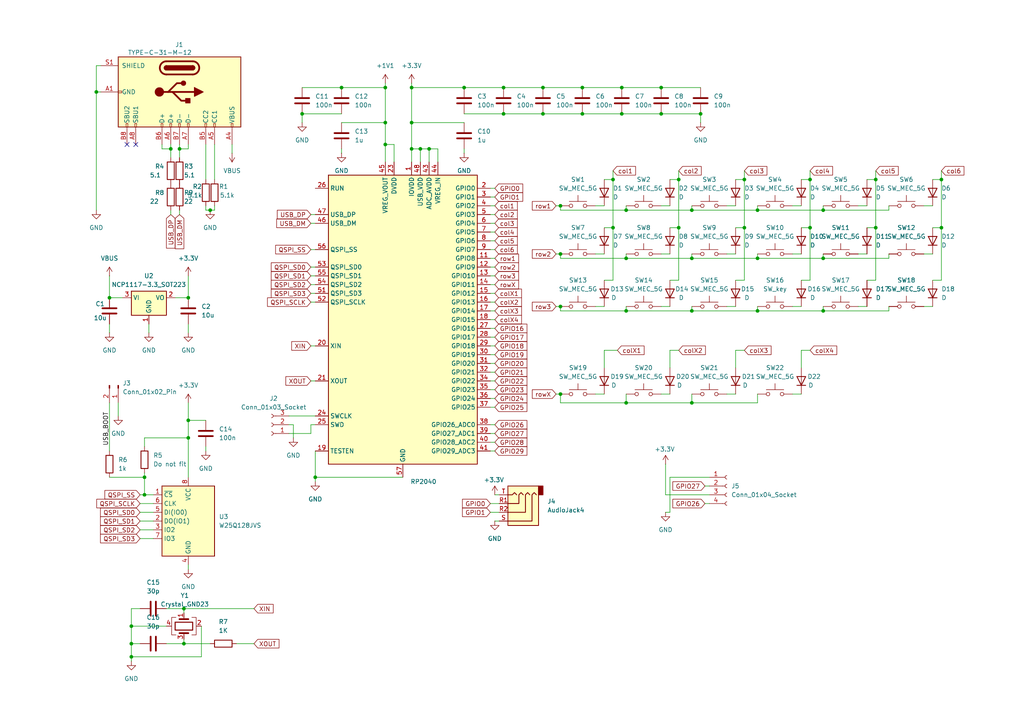
<source format=kicad_sch>
(kicad_sch (version 20250114) (generator "eeschema") (generator_version "9.0")
  (paper "A4")
  (title_block (title "Split Keyboard with RP2040 (Left)") (company "Watson9109") (comment 1 "Make sure R3 and R4 are close to RP2040") (comment 2 "Make sure C13 is close to pin 45 of RP2040") (comment 3 "uses 104048 in Akizuki as a Joystick "))
  (junction (at 181.61 116.84))
  (junction (at 146.05 33.02))
  (junction (at 41.91 138.43))
  (junction (at 215.9 52.07))
  (junction (at 215.9 66.04))
  (junction (at 254 52.07))
  (junction (at 146.05 25.4))
  (junction (at 168.91 25.4))
  (junction (at 177.8 66.04))
  (junction (at 60.96 60.96))
  (junction (at 273.05 52.07))
  (junction (at 119.38 25.4))
  (junction (at 111.76 35.56))
  (junction (at 200.66 74.93))
  (junction (at 38.1 186.69))
  (junction (at 181.61 60.96))
  (junction (at 53.34 176.53))
  (junction (at 162.56 59.69))
  (junction (at 203.2 33.02))
  (junction (at 54.61 121.92))
  (junction (at 124.46 43.18))
  (junction (at 52.07 43.18))
  (junction (at 31.75 86.36))
  (junction (at 162.56 88.9))
  (junction (at 200.66 60.96))
  (junction (at 91.44 138.43))
  (junction (at 254 66.04))
  (junction (at 54.61 86.36))
  (junction (at 200.66 116.84))
  (junction (at 219.71 90.17))
  (junction (at 119.38 43.18))
  (junction (at 273.05 66.04))
  (junction (at 121.92 43.18))
  (junction (at 87.63 33.02))
  (junction (at 134.62 25.4))
  (junction (at 99.06 25.4))
  (junction (at 238.76 74.93))
  (junction (at 234.95 66.04))
  (junction (at 200.66 90.17))
  (junction (at 219.71 74.93))
  (junction (at 157.48 33.02))
  (junction (at 111.76 41.91))
  (junction (at 41.91 143.51))
  (junction (at 181.61 90.17))
  (junction (at 191.77 33.02))
  (junction (at 219.71 60.96))
  (junction (at 234.95 52.07))
  (junction (at 238.76 90.17))
  (junction (at 49.53 43.18))
  (junction (at 196.85 52.07))
  (junction (at 162.56 73.66))
  (junction (at 177.8 52.07))
  (junction (at 168.91 33.02))
  (junction (at 27.94 26.67))
  (junction (at 180.34 25.4))
  (junction (at 111.76 25.4))
  (junction (at 53.34 186.69))
  (junction (at 38.1 190.5))
  (junction (at 191.77 25.4))
  (junction (at 162.56 114.3))
  (junction (at 180.34 33.02))
  (junction (at 119.38 35.56))
  (junction (at 54.61 127))
  (junction (at 238.76 60.96))
  (junction (at 38.1 181.61))
  (junction (at 196.85 66.04))
  (junction (at 157.48 25.4))
  (junction (at 181.61 74.93))
  (no_connect (at 39.37 41.91))
  (no_connect (at 36.83 41.91))
  (wire (pts (xy 146.05 33.02) (xy 157.48 33.02)))
  (wire (pts (xy 58.42 181.61) (xy 58.42 190.5)))
  (wire (pts (xy 142.24 90.17) (xy 143.51 90.17)))
  (wire (pts (xy 172.72 114.3) (xy 175.26 114.3)))
  (wire (pts (xy 142.24 87.63) (xy 143.51 87.63)))
  (wire (pts (xy 142.24 59.69) (xy 143.51 59.69)))
  (wire (pts (xy 219.71 60.96) (xy 219.71 59.69)))
  (wire (pts (xy 90.17 123.19) (xy 91.44 123.19)))
  (wire (pts (xy 142.24 110.49) (xy 143.51 110.49)))
  (wire (pts (xy 215.9 49.53) (xy 215.9 52.07)))
  (wire (pts (xy 194.31 138.43) (xy 194.31 148.59)))
  (wire (pts (xy 54.61 80.01) (xy 54.61 86.36)))
  (wire (pts (xy 134.62 43.18) (xy 134.62 44.45)))
  (wire (pts (xy 229.87 88.9) (xy 232.41 88.9)))
  (wire (pts (xy 127 43.18) (xy 124.46 43.18)))
  (wire (pts (xy 46.99 41.91) (xy 46.99 43.18)))
  (wire (pts (xy 54.61 127) (xy 54.61 138.43)))
  (wire (pts (xy 127 46.99) (xy 127 43.18)))
  (wire (pts (xy 31.75 93.98) (xy 31.75 96.52)))
  (wire (pts (xy 111.76 25.4) (xy 111.76 35.56)))
  (wire (pts (xy 219.71 73.66) (xy 219.71 74.93)))
  (wire (pts (xy 270.51 81.28) (xy 273.05 81.28)))
  (wire (pts (xy 41.91 127) (xy 54.61 127)))
  (wire (pts (xy 157.48 25.4) (xy 168.91 25.4)))
  (wire (pts (xy 181.61 74.93) (xy 200.66 74.93)))
  (wire (pts (xy 142.24 85.09) (xy 143.51 85.09)))
  (wire (pts (xy 177.8 52.07) (xy 177.8 66.04)))
  (wire (pts (xy 54.61 121.92) (xy 59.69 121.92)))
  (wire (pts (xy 196.85 81.28) (xy 196.85 66.04)))
  (wire (pts (xy 142.24 69.85) (xy 143.51 69.85)))
  (wire (pts (xy 111.76 35.56) (xy 111.76 41.91)))
  (wire (pts (xy 54.61 116.84) (xy 54.61 121.92)))
  (wire (pts (xy 200.66 116.84) (xy 181.61 116.84)))
  (wire (pts (xy 161.29 59.69) (xy 162.56 59.69)))
  (wire (pts (xy 248.92 73.66) (xy 251.46 73.66)))
  (wire (pts (xy 142.24 102.87) (xy 143.51 102.87)))
  (wire (pts (xy 273.05 52.07) (xy 270.51 52.07)))
  (wire (pts (xy 146.05 25.4) (xy 157.48 25.4)))
  (wire (pts (xy 205.74 143.51) (xy 193.04 143.51)))
  (wire (pts (xy 142.24 118.11) (xy 143.51 118.11)))
  (wire (pts (xy 119.38 24.13) (xy 119.38 25.4)))
  (wire (pts (xy 38.1 186.69) (xy 38.1 190.5)))
  (wire (pts (xy 99.06 25.4) (xy 111.76 25.4)))
  (wire (pts (xy 234.95 81.28) (xy 234.95 66.04)))
  (wire (pts (xy 67.31 41.91) (xy 67.31 44.45)))
  (wire (pts (xy 181.61 88.9) (xy 181.61 90.17)))
  (wire (pts (xy 210.82 88.9) (xy 213.36 88.9)))
  (wire (pts (xy 142.24 54.61) (xy 143.51 54.61)))
  (wire (pts (xy 52.07 60.96) (xy 52.07 62.23)))
  (wire (pts (xy 219.71 90.17) (xy 219.71 88.9)))
  (wire (pts (xy 27.94 26.67) (xy 27.94 60.96)))
  (wire (pts (xy 203.2 33.02) (xy 203.2 35.56)))
  (wire (pts (xy 48.26 176.53) (xy 53.34 176.53)))
  (wire (pts (xy 254 52.07) (xy 251.46 52.07)))
  (wire (pts (xy 38.1 176.53) (xy 38.1 181.61)))
  (wire (pts (xy 31.75 86.36) (xy 35.56 86.36)))
  (wire (pts (xy 54.61 43.18) (xy 52.07 43.18)))
  (wire (pts (xy 59.69 130.81) (xy 59.69 129.54)))
  (wire (pts (xy 40.64 146.05) (xy 44.45 146.05)))
  (wire (pts (xy 205.74 138.43) (xy 194.31 138.43)))
  (wire (pts (xy 162.56 60.96) (xy 181.61 60.96)))
  (wire (pts (xy 248.92 59.69) (xy 251.46 59.69)))
  (wire (pts (xy 267.97 73.66) (xy 270.51 73.66)))
  (wire (pts (xy 142.24 100.33) (xy 143.51 100.33)))
  (wire (pts (xy 181.61 116.84) (xy 162.56 116.84)))
  (wire (pts (xy 142.24 92.71) (xy 143.51 92.71)))
  (wire (pts (xy 41.91 143.51) (xy 44.45 143.51)))
  (wire (pts (xy 193.04 143.51) (xy 193.04 134.62)))
  (wire (pts (xy 90.17 80.01) (xy 91.44 80.01)))
  (wire (pts (xy 99.06 35.56) (xy 111.76 35.56)))
  (wire (pts (xy 85.09 127) (xy 85.09 123.19)))
  (wire (pts (xy 142.24 64.77) (xy 143.51 64.77)))
  (wire (pts (xy 238.76 60.96) (xy 238.76 59.69)))
  (wire (pts (xy 99.06 43.18) (xy 99.06 44.45)))
  (wire (pts (xy 119.38 35.56) (xy 119.38 43.18)))
  (wire (pts (xy 191.77 59.69) (xy 194.31 59.69)))
  (wire (pts (xy 43.18 93.98) (xy 43.18 96.52)))
  (wire (pts (xy 142.24 128.27) (xy 143.51 128.27)))
  (wire (pts (xy 90.17 85.09) (xy 91.44 85.09)))
  (wire (pts (xy 31.75 138.43) (xy 41.91 138.43)))
  (wire (pts (xy 181.61 73.66) (xy 181.61 74.93)))
  (wire (pts (xy 134.62 33.02) (xy 146.05 33.02)))
  (wire (pts (xy 40.64 148.59) (xy 44.45 148.59)))
  (wire (pts (xy 181.61 59.69) (xy 181.61 60.96)))
  (wire (pts (xy 142.24 113.03) (xy 143.51 113.03)))
  (wire (pts (xy 90.17 64.77) (xy 91.44 64.77)))
  (wire (pts (xy 142.24 80.01) (xy 143.51 80.01)))
  (wire (pts (xy 219.71 116.84) (xy 200.66 116.84)))
  (wire (pts (xy 40.64 143.51) (xy 41.91 143.51)))
  (wire (pts (xy 251.46 81.28) (xy 254 81.28)))
  (wire (pts (xy 194.31 101.6) (xy 196.85 101.6)))
  (wire (pts (xy 41.91 129.54) (xy 41.91 127)))
  (wire (pts (xy 215.9 81.28) (xy 213.36 81.28)))
  (wire (pts (xy 219.71 60.96) (xy 238.76 60.96)))
  (wire (pts (xy 257.81 88.9) (xy 257.81 90.17)))
  (wire (pts (xy 213.36 106.68) (xy 213.36 101.6)))
  (wire (pts (xy 142.24 57.15) (xy 143.51 57.15)))
  (wire (pts (xy 53.34 186.69) (xy 60.96 186.69)))
  (wire (pts (xy 196.85 52.07) (xy 194.31 52.07)))
  (wire (pts (xy 114.3 41.91) (xy 111.76 41.91)))
  (wire (pts (xy 53.34 176.53) (xy 53.34 177.8)))
  (wire (pts (xy 168.91 25.4) (xy 180.34 25.4)))
  (wire (pts (xy 234.95 52.07) (xy 232.41 52.07)))
  (wire (pts (xy 194.31 66.04) (xy 196.85 66.04)))
  (wire (pts (xy 90.17 87.63) (xy 91.44 87.63)))
  (wire (pts (xy 210.82 73.66) (xy 213.36 73.66)))
  (wire (pts (xy 53.34 176.53) (xy 73.66 176.53)))
  (wire (pts (xy 200.66 88.9) (xy 200.66 90.17)))
  (wire (pts (xy 161.29 114.3) (xy 162.56 114.3)))
  (wire (pts (xy 91.44 130.81) (xy 91.44 138.43)))
  (wire (pts (xy 40.64 176.53) (xy 38.1 176.53)))
  (wire (pts (xy 91.44 138.43) (xy 116.84 138.43)))
  (wire (pts (xy 180.34 25.4) (xy 191.77 25.4)))
  (wire (pts (xy 142.24 74.93) (xy 143.51 74.93)))
  (wire (pts (xy 229.87 73.66) (xy 232.41 73.66)))
  (wire (pts (xy 232.41 106.68) (xy 232.41 101.6)))
  (wire (pts (xy 196.85 49.53) (xy 196.85 52.07)))
  (wire (pts (xy 191.77 88.9) (xy 194.31 88.9)))
  (wire (pts (xy 162.56 116.84) (xy 162.56 114.3)))
  (wire (pts (xy 40.64 153.67) (xy 44.45 153.67)))
  (wire (pts (xy 142.24 148.59) (xy 144.78 148.59)))
  (wire (pts (xy 91.44 138.43) (xy 91.44 139.7)))
  (wire (pts (xy 142.24 95.25) (xy 143.51 95.25)))
  (wire (pts (xy 62.23 59.69) (xy 62.23 60.96)))
  (wire (pts (xy 142.24 77.47) (xy 143.51 77.47)))
  (wire (pts (xy 111.76 24.13) (xy 111.76 25.4)))
  (wire (pts (xy 53.34 186.69) (xy 53.34 185.42)))
  (wire (pts (xy 175.26 52.07) (xy 177.8 52.07)))
  (wire (pts (xy 114.3 46.99) (xy 114.3 41.91)))
  (wire (pts (xy 200.66 59.69) (xy 200.66 60.96)))
  (wire (pts (xy 219.71 114.3) (xy 219.71 116.84)))
  (wire (pts (xy 142.24 130.81) (xy 143.51 130.81)))
  (wire (pts (xy 179.07 101.6) (xy 175.26 101.6)))
  (wire (pts (xy 90.17 62.23) (xy 91.44 62.23)))
  (wire (pts (xy 175.26 66.04) (xy 177.8 66.04)))
  (wire (pts (xy 204.47 140.97) (xy 205.74 140.97)))
  (wire (pts (xy 50.8 86.36) (xy 54.61 86.36)))
  (wire (pts (xy 62.23 41.91) (xy 62.23 52.07)))
  (wire (pts (xy 49.53 43.18) (xy 46.99 43.18)))
  (wire (pts (xy 54.61 93.98) (xy 54.61 96.52)))
  (wire (pts (xy 175.26 101.6) (xy 175.26 106.68)))
  (wire (pts (xy 181.61 114.3) (xy 181.61 116.84)))
  (wire (pts (xy 142.24 146.05) (xy 144.78 146.05)))
  (wire (pts (xy 90.17 72.39) (xy 91.44 72.39)))
  (wire (pts (xy 142.24 82.55) (xy 143.51 82.55)))
  (wire (pts (xy 161.29 73.66) (xy 162.56 73.66)))
  (wire (pts (xy 194.31 148.59) (xy 193.04 148.59)))
  (wire (pts (xy 27.94 19.05) (xy 29.21 19.05)))
  (wire (pts (xy 68.58 186.69) (xy 73.66 186.69)))
  (wire (pts (xy 232.41 101.6) (xy 234.95 101.6)))
  (wire (pts (xy 52.07 43.18) (xy 52.07 45.72)))
  (wire (pts (xy 257.81 74.93) (xy 238.76 74.93)))
  (wire (pts (xy 273.05 66.04) (xy 273.05 52.07)))
  (wire (pts (xy 204.47 146.05) (xy 205.74 146.05)))
  (wire (pts (xy 200.66 73.66) (xy 200.66 74.93)))
  (wire (pts (xy 162.56 90.17) (xy 181.61 90.17)))
  (wire (pts (xy 273.05 49.53) (xy 273.05 52.07)))
  (wire (pts (xy 27.94 26.67) (xy 29.21 26.67)))
  (wire (pts (xy 90.17 100.33) (xy 91.44 100.33)))
  (wire (pts (xy 59.69 41.91) (xy 59.69 52.07)))
  (wire (pts (xy 87.63 33.02) (xy 99.06 33.02)))
  (wire (pts (xy 90.17 82.55) (xy 91.44 82.55)))
  (wire (pts (xy 229.87 59.69) (xy 232.41 59.69)))
  (wire (pts (xy 215.9 52.07) (xy 215.9 66.04)))
  (wire (pts (xy 257.81 90.17) (xy 238.76 90.17)))
  (wire (pts (xy 168.91 33.02) (xy 180.34 33.02)))
  (wire (pts (xy 49.53 41.91) (xy 49.53 43.18)))
  (wire (pts (xy 31.75 116.84) (xy 31.75 130.81)))
  (wire (pts (xy 238.76 60.96) (xy 257.81 60.96)))
  (wire (pts (xy 54.61 86.36) (xy 54.61 87.63)))
  (wire (pts (xy 234.95 49.53) (xy 234.95 52.07)))
  (wire (pts (xy 48.26 186.69) (xy 53.34 186.69)))
  (wire (pts (xy 142.24 107.95) (xy 143.51 107.95)))
  (wire (pts (xy 124.46 43.18) (xy 121.92 43.18)))
  (wire (pts (xy 142.24 67.31) (xy 143.51 67.31)))
  (wire (pts (xy 124.46 43.18) (xy 124.46 46.99)))
  (wire (pts (xy 172.72 88.9) (xy 175.26 88.9)))
  (wire (pts (xy 238.76 73.66) (xy 238.76 74.93)))
  (wire (pts (xy 90.17 110.49) (xy 91.44 110.49)))
  (wire (pts (xy 162.56 74.93) (xy 162.56 73.66)))
  (wire (pts (xy 27.94 19.05) (xy 27.94 26.67)))
  (wire (pts (xy 59.69 60.96) (xy 60.96 60.96)))
  (wire (pts (xy 38.1 181.61) (xy 38.1 186.69)))
  (wire (pts (xy 219.71 74.93) (xy 238.76 74.93)))
  (wire (pts (xy 232.41 66.04) (xy 234.95 66.04)))
  (wire (pts (xy 191.77 73.66) (xy 194.31 73.66)))
  (wire (pts (xy 248.92 88.9) (xy 251.46 88.9)))
  (wire (pts (xy 191.77 33.02) (xy 203.2 33.02)))
  (wire (pts (xy 194.31 81.28) (xy 196.85 81.28)))
  (wire (pts (xy 172.72 73.66) (xy 175.26 73.66)))
  (wire (pts (xy 215.9 66.04) (xy 215.9 81.28)))
  (wire (pts (xy 161.29 88.9) (xy 162.56 88.9)))
  (wire (pts (xy 273.05 81.28) (xy 273.05 66.04)))
  (wire (pts (xy 162.56 59.69) (xy 162.56 60.96)))
  (wire (pts (xy 232.41 81.28) (xy 234.95 81.28)))
  (wire (pts (xy 254 66.04) (xy 254 52.07)))
  (wire (pts (xy 238.76 90.17) (xy 238.76 88.9)))
  (wire (pts (xy 38.1 186.69) (xy 40.64 186.69)))
  (wire (pts (xy 213.36 66.04) (xy 215.9 66.04)))
  (wire (pts (xy 191.77 114.3) (xy 194.31 114.3)))
  (wire (pts (xy 41.91 138.43) (xy 41.91 143.51)))
  (wire (pts (xy 38.1 190.5) (xy 38.1 191.77)))
  (wire (pts (xy 119.38 25.4) (xy 134.62 25.4)))
  (wire (pts (xy 210.82 114.3) (xy 213.36 114.3)))
  (wire (pts (xy 200.66 74.93) (xy 219.71 74.93)))
  (wire (pts (xy 134.62 35.56) (xy 119.38 35.56)))
  (wire (pts (xy 49.53 60.96) (xy 49.53 62.23)))
  (wire (pts (xy 90.17 77.47) (xy 91.44 77.47)))
  (wire (pts (xy 142.24 62.23) (xy 143.51 62.23)))
  (wire (pts (xy 210.82 59.69) (xy 213.36 59.69)))
  (wire (pts (xy 257.81 73.66) (xy 257.81 74.93)))
  (wire (pts (xy 254 81.28) (xy 254 66.04)))
  (wire (pts (xy 181.61 60.96) (xy 200.66 60.96)))
  (wire (pts (xy 54.61 163.83) (xy 54.61 165.1)))
  (wire (pts (xy 143.51 151.13) (xy 144.78 151.13)))
  (wire (pts (xy 142.24 72.39) (xy 143.51 72.39)))
  (wire (pts (xy 83.82 123.19) (xy 85.09 123.19)))
  (wire (pts (xy 58.42 190.5) (xy 38.1 190.5)))
  (wire (pts (xy 194.31 106.68) (xy 194.31 101.6)))
  (wire (pts (xy 49.53 43.18) (xy 49.53 45.72)))
  (wire (pts (xy 40.64 151.13) (xy 44.45 151.13)))
  (wire (pts (xy 87.63 25.4) (xy 99.06 25.4)))
  (wire (pts (xy 121.92 43.18) (xy 119.38 43.18)))
  (wire (pts (xy 34.29 116.84) (xy 34.29 120.65)))
  (wire (pts (xy 200.66 90.17) (xy 219.71 90.17)))
  (wire (pts (xy 257.81 59.69) (xy 257.81 60.96)))
  (wire (pts (xy 142.24 105.41) (xy 143.51 105.41)))
  (wire (pts (xy 181.61 74.93) (xy 162.56 74.93)))
  (wire (pts (xy 54.61 121.92) (xy 54.61 127)))
  (wire (pts (xy 213.36 52.07) (xy 215.9 52.07)))
  (wire (pts (xy 251.46 66.04) (xy 254 66.04)))
  (wire (pts (xy 177.8 81.28) (xy 177.8 66.04)))
  (wire (pts (xy 267.97 88.9) (xy 270.51 88.9)))
  (wire (pts (xy 229.87 114.3) (xy 232.41 114.3)))
  (wire (pts (xy 180.34 33.02) (xy 191.77 33.02)))
  (wire (pts (xy 111.76 41.91) (xy 111.76 46.99)))
  (wire (pts (xy 54.61 41.91) (xy 54.61 43.18)))
  (wire (pts (xy 177.8 49.53) (xy 177.8 52.07)))
  (wire (pts (xy 219.71 90.17) (xy 238.76 90.17)))
  (wire (pts (xy 157.48 33.02) (xy 168.91 33.02)))
  (wire (pts (xy 90.17 125.73) (xy 83.82 125.73)))
  (wire (pts (xy 200.66 60.96) (xy 219.71 60.96)))
  (wire (pts (xy 121.92 43.18) (xy 121.92 46.99)))
  (wire (pts (xy 83.82 120.65) (xy 91.44 120.65)))
  (wire (pts (xy 142.24 97.79) (xy 143.51 97.79)))
  (wire (pts (xy 31.75 80.01) (xy 31.75 86.36)))
  (wire (pts (xy 181.61 90.17) (xy 200.66 90.17)))
  (wire (pts (xy 200.66 114.3) (xy 200.66 116.84)))
  (wire (pts (xy 87.63 33.02) (xy 87.63 35.56)))
  (wire (pts (xy 41.91 137.16) (xy 41.91 138.43)))
  (wire (pts (xy 162.56 88.9) (xy 162.56 90.17)))
  (wire (pts (xy 119.38 43.18) (xy 119.38 46.99)))
  (wire (pts (xy 270.51 66.04) (xy 273.05 66.04)))
  (wire (pts (xy 175.26 81.28) (xy 177.8 81.28)))
  (wire (pts (xy 38.1 181.61) (xy 48.26 181.61)))
  (wire (pts (xy 52.07 43.18) (xy 52.07 41.91)))
  (wire (pts (xy 142.24 125.73) (xy 143.51 125.73)))
  (wire (pts (xy 213.36 101.6) (xy 215.9 101.6)))
  (wire (pts (xy 267.97 59.69) (xy 270.51 59.69)))
  (wire (pts (xy 119.38 35.56) (xy 119.38 25.4)))
  (wire (pts (xy 90.17 123.19) (xy 90.17 125.73)))
  (wire (pts (xy 196.85 66.04) (xy 196.85 52.07)))
  (wire (pts (xy 142.24 123.19) (xy 143.51 123.19)))
  (wire (pts (xy 134.62 25.4) (xy 146.05 25.4)))
  (wire (pts (xy 59.69 59.69) (xy 59.69 60.96)))
  (wire (pts (xy 172.72 59.69) (xy 175.26 59.69)))
  (wire (pts (xy 234.95 66.04) (xy 234.95 52.07)))
  (wire (pts (xy 62.23 60.96) (xy 60.96 60.96)))
  (wire (pts (xy 191.77 25.4) (xy 203.2 25.4)))
  (wire (pts (xy 40.64 156.21) (xy 44.45 156.21)))
  (wire (pts (xy 143.51 143.51) (xy 144.78 143.51)))
  (wire (pts (xy 142.24 115.57) (xy 143.51 115.57)))
  (wire (pts (xy 254 49.53) (xy 254 52.07)))
  (label "USB_BOOT" (at 31.75 119.38 270))
  (global_label "GPIO18" (shape input) (at 143.51 100.33 0) (property "Intersheetrefs" "${INTERSHEET_REFS}" (effects (hide yes))))
  (global_label "GPIO21" (shape input) (at 143.51 107.95 0) (property "Intersheetrefs" "${INTERSHEET_REFS}" (effects (hide yes))))
  (global_label "colX1" (shape input) (at 143.51 85.09 0) (property "Intersheetrefs" "${INTERSHEET_REFS}" (effects (hide yes))))
  (global_label "GPIO27" (shape input) (at 143.51 125.73 0) (property "Intersheetrefs" "${INTERSHEET_REFS}" (effects (hide yes))))
  (global_label "col1" (shape input) (at 143.51 59.69 0) (property "Intersheetrefs" "${INTERSHEET_REFS}" (effects (hide yes))))
  (global_label "QSPI_SD0" (shape input) (at 90.17 77.47 180) (property "Intersheetrefs" "${INTERSHEET_REFS}" (effects (hide yes))))
  (global_label "GPIO0" (shape input) (at 143.51 54.61 0) (property "Intersheetrefs" "${INTERSHEET_REFS}" (effects (hide yes))))
  (global_label "QSPI_SD1" (shape input) (at 90.17 80.01 180) (property "Intersheetrefs" "${INTERSHEET_REFS}" (effects (hide yes))))
  (global_label "QSPI_SD3" (shape input) (at 40.64 156.21 180) (property "Intersheetrefs" "${INTERSHEET_REFS}" (effects (hide yes))))
  (global_label "GPIO17" (shape input) (at 143.51 97.79 0) (property "Intersheetrefs" "${INTERSHEET_REFS}" (effects (hide yes))))
  (global_label "QSPI_SS" (shape input) (at 90.17 72.39 180) (property "Intersheetrefs" "${INTERSHEET_REFS}" (effects (hide yes))))
  (global_label "row2" (shape input) (at 143.51 77.47 0) (property "Intersheetrefs" "${INTERSHEET_REFS}" (effects (hide yes))))
  (global_label "GPIO24" (shape input) (at 143.51 115.57 0) (property "Intersheetrefs" "${INTERSHEET_REFS}" (effects (hide yes))))
  (global_label "row1" (shape input) (at 161.29 59.69 180) (property "Intersheetrefs" "${INTERSHEET_REFS}" (effects (hide yes))))
  (global_label "colX3" (shape input) (at 215.9 101.6 0) (property "Intersheetrefs" "${INTERSHEET_REFS}" (effects (hide yes))))
  (global_label "GPIO29" (shape input) (at 143.51 130.81 0) (property "Intersheetrefs" "${INTERSHEET_REFS}" (effects (hide yes))))
  (global_label "USB_DM" (shape input) (at 52.07 62.23 270) (property "Intersheetrefs" "${INTERSHEET_REFS}" (effects (hide yes))))
  (global_label "col1" (shape input) (at 177.8 49.53 0) (property "Intersheetrefs" "${INTERSHEET_REFS}" (effects (hide yes))))
  (global_label "XIN" (shape input) (at 90.17 100.33 180) (property "Intersheetrefs" "${INTERSHEET_REFS}" (effects (hide yes))))
  (global_label "GPIO26" (shape input) (at 204.47 146.05 180) (property "Intersheetrefs" "${INTERSHEET_REFS}" (effects (hide yes))))
  (global_label "USB_DP" (shape input) (at 49.53 62.23 270) (property "Intersheetrefs" "${INTERSHEET_REFS}" (effects (hide yes))))
  (global_label "row3" (shape input) (at 143.51 80.01 0) (property "Intersheetrefs" "${INTERSHEET_REFS}" (effects (hide yes))))
  (global_label "colX1" (shape input) (at 179.07 101.6 0) (property "Intersheetrefs" "${INTERSHEET_REFS}" (effects (hide yes))))
  (global_label "colX4" (shape input) (at 143.51 92.71 0) (property "Intersheetrefs" "${INTERSHEET_REFS}" (effects (hide yes))))
  (global_label "QSPI_SD1" (shape input) (at 40.64 151.13 180) (property "Intersheetrefs" "${INTERSHEET_REFS}" (effects (hide yes))))
  (global_label "col2" (shape input) (at 196.85 49.53 0) (property "Intersheetrefs" "${INTERSHEET_REFS}" (effects (hide yes))))
  (global_label "XIN" (shape input) (at 73.66 176.53 0) (property "Intersheetrefs" "${INTERSHEET_REFS}" (effects (hide yes))))
  (global_label "QSPI_SCLK" (shape input) (at 40.64 146.05 180) (property "Intersheetrefs" "${INTERSHEET_REFS}" (effects (hide yes))))
  (global_label "col6" (shape input) (at 143.51 72.39 0) (property "Intersheetrefs" "${INTERSHEET_REFS}" (effects (hide yes))))
  (global_label "GPIO22" (shape input) (at 143.51 110.49 0) (property "Intersheetrefs" "${INTERSHEET_REFS}" (effects (hide yes))))
  (global_label "QSPI_SD0" (shape input) (at 40.64 148.59 180) (property "Intersheetrefs" "${INTERSHEET_REFS}" (effects (hide yes))))
  (global_label "col5" (shape input) (at 254 49.53 0) (property "Intersheetrefs" "${INTERSHEET_REFS}" (effects (hide yes))))
  (global_label "QSPI_SD2" (shape input) (at 40.64 153.67 180) (property "Intersheetrefs" "${INTERSHEET_REFS}" (effects (hide yes))))
  (global_label "GPIO0" (shape input) (at 142.24 146.05 180) (property "Intersheetrefs" "${INTERSHEET_REFS}" (effects (hide yes))))
  (global_label "QSPI_SD2" (shape input) (at 90.17 82.55 180) (property "Intersheetrefs" "${INTERSHEET_REFS}" (effects (hide yes))))
  (global_label "rowX" (shape input) (at 161.29 114.3 180) (property "Intersheetrefs" "${INTERSHEET_REFS}" (effects (hide yes))))
  (global_label "USB_DP" (shape input) (at 90.17 62.23 180) (property "Intersheetrefs" "${INTERSHEET_REFS}" (effects (hide yes))))
  (global_label "col4" (shape input) (at 143.51 67.31 0) (property "Intersheetrefs" "${INTERSHEET_REFS}" (effects (hide yes))))
  (global_label "row2" (shape input) (at 161.29 73.66 180) (property "Intersheetrefs" "${INTERSHEET_REFS}" (effects (hide yes))))
  (global_label "USB_DM" (shape input) (at 90.17 64.77 180) (property "Intersheetrefs" "${INTERSHEET_REFS}" (effects (hide yes))))
  (global_label "col6" (shape input) (at 273.05 49.53 0) (property "Intersheetrefs" "${INTERSHEET_REFS}" (effects (hide yes))))
  (global_label "GPIO26" (shape input) (at 143.51 123.19 0) (property "Intersheetrefs" "${INTERSHEET_REFS}" (effects (hide yes))))
  (global_label "colX2" (shape input) (at 143.51 87.63 0) (property "Intersheetrefs" "${INTERSHEET_REFS}" (effects (hide yes))))
  (global_label "col5" (shape input) (at 143.51 69.85 0) (property "Intersheetrefs" "${INTERSHEET_REFS}" (effects (hide yes))))
  (global_label "GPIO25" (shape input) (at 143.51 118.11 0) (property "Intersheetrefs" "${INTERSHEET_REFS}" (effects (hide yes))))
  (global_label "QSPI_SS" (shape input) (at 40.64 143.51 180) (property "Intersheetrefs" "${INTERSHEET_REFS}" (effects (hide yes))))
  (global_label "col4" (shape input) (at 234.95 49.53 0) (property "Intersheetrefs" "${INTERSHEET_REFS}" (effects (hide yes))))
  (global_label "colX2" (shape input) (at 196.85 101.6 0) (property "Intersheetrefs" "${INTERSHEET_REFS}" (effects (hide yes))))
  (global_label "col3" (shape input) (at 215.9 49.53 0) (property "Intersheetrefs" "${INTERSHEET_REFS}" (effects (hide yes))))
  (global_label "XOUT" (shape input) (at 90.17 110.49 180) (property "Intersheetrefs" "${INTERSHEET_REFS}" (effects (hide yes))))
  (global_label "colX4" (shape input) (at 234.95 101.6 0) (property "Intersheetrefs" "${INTERSHEET_REFS}" (effects (hide yes))))
  (global_label "QSPI_SCLK" (shape input) (at 90.17 87.63 180) (property "Intersheetrefs" "${INTERSHEET_REFS}" (effects (hide yes))))
  (global_label "row3" (shape input) (at 161.29 88.9 180) (property "Intersheetrefs" "${INTERSHEET_REFS}" (effects (hide yes))))
  (global_label "QSPI_SD3" (shape input) (at 90.17 85.09 180) (property "Intersheetrefs" "${INTERSHEET_REFS}" (effects (hide yes))))
  (global_label "GPIO23" (shape input) (at 143.51 113.03 0) (property "Intersheetrefs" "${INTERSHEET_REFS}" (effects (hide yes))))
  (global_label "GPIO19" (shape input) (at 143.51 102.87 0) (property "Intersheetrefs" "${INTERSHEET_REFS}" (effects (hide yes))))
  (global_label "GPIO28" (shape input) (at 143.51 128.27 0) (property "Intersheetrefs" "${INTERSHEET_REFS}" (effects (hide yes))))
  (global_label "GPIO27" (shape input) (at 204.47 140.97 180) (property "Intersheetrefs" "${INTERSHEET_REFS}" (effects (hide yes))))
  (global_label "col2" (shape input) (at 143.51 62.23 0) (property "Intersheetrefs" "${INTERSHEET_REFS}" (effects (hide yes))))
  (global_label "GPIO1" (shape input) (at 143.51 57.15 0) (property "Intersheetrefs" "${INTERSHEET_REFS}" (effects (hide yes))))
  (global_label "row1" (shape input) (at 143.51 74.93 0) (property "Intersheetrefs" "${INTERSHEET_REFS}" (effects (hide yes))))
  (global_label "XOUT" (shape input) (at 73.66 186.69 0) (property "Intersheetrefs" "${INTERSHEET_REFS}" (effects (hide yes))))
  (global_label "colX3" (shape input) (at 143.51 90.17 0) (property "Intersheetrefs" "${INTERSHEET_REFS}" (effects (hide yes))))
  (global_label "col3" (shape input) (at 143.51 64.77 0) (property "Intersheetrefs" "${INTERSHEET_REFS}" (effects (hide yes))))
  (global_label "GPIO1" (shape input) (at 142.24 148.59 180) (property "Intersheetrefs" "${INTERSHEET_REFS}" (effects (hide yes))))
  (global_label "GPIO20" (shape input) (at 143.51 105.41 0) (property "Intersheetrefs" "${INTERSHEET_REFS}" (effects (hide yes))))
  (global_label "rowX" (shape input) (at 143.51 82.55 0) (property "Intersheetrefs" "${INTERSHEET_REFS}" (effects (hide yes))))
  (global_label "GPIO16" (shape input) (at 143.51 95.25 0) (property "Intersheetrefs" "${INTERSHEET_REFS}" (effects (hide yes))))
  (symbol (lib_id "Device:D") (at 232.41 69.85 90) (unit 1)
    (property "Reference" "D10" (at 234.95 68.5799 90) (effects (justify right)))
    (property "Value" "D" (at 234.95 71.1199 90) (effects (justify right)))
    (property "Footprint" "Diode_SMD:D_SOD-123" (effects (hide yes)))
    (property "Description" "Diode" (effects (hide yes)))
    (property "Sim.Device" "D" (effects (hide yes)))
    (property "Sim.Pins" "1=K 2=A" (effects (hide yes)))
  )
  (symbol (lib_id "Connector_Audio:AudioJack4") (at 149.86 148.59 180) (unit 1)
    (property "Reference" "J4" (at 158.75 145.4149 0) (effects (justify right)))
    (property "Value" "AudioJack4" (at 158.75 147.9549 0) (effects (justify right)))
    (property "Footprint" "footprint:MJ-4PP-9" (effects (hide yes)))
    (property "Description" "Audio Jack, 4 Poles (TRRS)" (effects (hide yes)))
  )
  (symbol (lib_id "Device:D") (at 232.41 110.49 90) (unit 1)
    (property "Reference" "D22" (at 234.188 109.22 90) (effects (justify right)))
    (property "Value" "D" (at 234.442 111.76 90) (effects (justify right)))
    (property "Footprint" "Diode_SMD:D_SOD-123" (effects (hide yes)))
    (property "Description" "Diode" (effects (hide yes)))
    (property "Sim.Device" "D" (effects (hide yes)))
    (property "Sim.Pins" "1=K 2=A" (effects (hide yes)))
  )
  (symbol (lib_id "Device:R") (at 41.91 133.35 180) (unit 1)
    (property "Reference" "R5" (at 44.45 132.0799 0) (effects (justify right)))
    (property "Value" "Do not fit" (at 44.45 134.6199 0) (effects (justify right)))
    (property "Footprint" "Resistor_SMD:R_1206_3216Metric" (effects (hide yes)))
    (property "Description" "Resistor" (effects (hide yes)))
  )
  (symbol (lib_id "Device:C") (at 146.05 29.21 0) (unit 1)
    (property "Reference" "C4" (at 149.86 27.9399 0) (effects (justify left)))
    (property "Value" "100n" (at 149.86 30.4799 0) (effects (justify left)))
    (property "Footprint" "Capacitor_SMD:C_0402_1005Metric" (effects (hide yes)))
    (property "Description" "Unpolarized capacitor" (effects (hide yes)))
  )
  (symbol (lib_id "Memory_Flash:W25Q128JVS") (at 54.61 151.13 0) (unit 1)
    (property "Reference" "U3" (at 63.5 149.8599 0) (effects (justify left)))
    (property "Value" "W25Q128JVS" (at 63.5 152.3999 0) (effects (justify left)))
    (property "Footprint" "footprint:SOIC_128JVSIM_WIN" (effects (hide yes)))
    (property "Datasheet" "https://www.winbond.com/resource-files/w25q128jv_dtr%20revc%2003272018%20plus.pdf" (effects (hide yes)))
    (property "Description" "128Mb Serial Flash Memory, Standard/Dual/Quad SPI, SOIC-8" (effects (hide yes)))
  )
  (symbol (lib_id "Device:C") (at 87.63 29.21 0) (unit 1)
    (property "Reference" "C11" (at 91.44 27.9399 0) (effects (justify left)))
    (property "Value" "100n" (at 91.44 30.4799 0) (effects (justify left)))
    (property "Footprint" "Capacitor_SMD:C_0402_1005Metric" (effects (hide yes)))
    (property "Description" "Unpolarized capacitor" (effects (hide yes)))
  )
  (symbol (lib_id "Device:R") (at 62.23 55.88 180) (unit 1)
    (property "Reference" "R1" (at 63.5 54.102 0) (effects (justify right)))
    (property "Value" "5.1k" (at 63.754 56.642 0) (effects (justify right)))
    (property "Footprint" "Resistor_SMD:R_0603_1608Metric" (effects (hide yes)))
    (property "Description" "Resistor" (effects (hide yes)))
  )
  (symbol (lib_id "power:GND") (at 193.04 148.59 0) (unit 1)
    (property "Reference" "#PWR025" (effects (hide yes)))
    (property "Value" "GND" (at 193.04 153.67 0))
    (property "Description" "Power symbol creates a global label with name \"GND\" , ground" (effects (hide yes)))
  )
  (symbol (lib_id "power:GND") (at 91.44 139.7 0) (unit 1)
    (property "Reference" "#PWR07" (effects (hide yes)))
    (property "Value" "GND" (at 91.44 144.78 0))
    (property "Description" "Power symbol creates a global label with name \"GND\" , ground" (effects (hide yes)))
  )
  (symbol (lib_id "Device:D") (at 251.46 85.09 90) (unit 1)
    (property "Reference" "D17" (at 254 83.8199 90) (effects (justify right)))
    (property "Value" "D" (at 254 86.3599 90) (effects (justify right)))
    (property "Footprint" "Diode_SMD:D_SOD-123" (effects (hide yes)))
    (property "Description" "Diode" (effects (hide yes)))
    (property "Sim.Device" "D" (effects (hide yes)))
    (property "Sim.Pins" "1=K 2=A" (effects (hide yes)))
  )
  (symbol (lib_id "sw_key:SW_MEC_5G_1") (at 262.89 73.66 0) (unit 1)
    (property "Reference" "SW12" (at 262.89 66.04 0))
    (property "Value" "SW_MEC_5G" (at 262.89 68.58 0))
    (property "Footprint" "Button_Switch_Keyboard:SW_Cherry_MX_1.00u_PCB" (effects (hide yes)))
    (property "Datasheet" "http://www.apem.com/int/index.php?controller=attachment&id_attachment=488" (effects (hide yes)))
    (property "Description" "MEC 5G single pole normally-open tactile switch" (effects (hide yes)))
  )
  (symbol (lib_id "Device:C") (at 191.77 29.21 0) (unit 1)
    (property "Reference" "C8" (at 195.58 27.9399 0) (effects (justify left)))
    (property "Value" "100n" (at 195.58 30.4799 0) (effects (justify left)))
    (property "Footprint" "Capacitor_SMD:C_0402_1005Metric" (effects (hide yes)))
    (property "Description" "Unpolarized capacitor" (effects (hide yes)))
  )
  (symbol (lib_id "power:GND") (at 27.94 60.96 0) (unit 1)
    (property "Reference" "#PWR01" (effects (hide yes)))
    (property "Value" "GND" (at 27.94 66.04 0))
    (property "Description" "Power symbol creates a global label with name \"GND\" , ground" (effects (hide yes)))
  )
  (symbol (lib_id "power:GND") (at 43.18 96.52 0) (unit 1)
    (property "Reference" "#PWR03" (effects (hide yes)))
    (property "Value" "GND" (at 43.18 101.6 0))
    (property "Description" "Power symbol creates a global label with name \"GND\" , ground" (effects (hide yes)))
  )
  (symbol (lib_id "Connector:Conn_01x03_Socket") (at 78.74 123.19 180) (unit 1)
    (property "Reference" "J2" (at 79.375 115.57 0))
    (property "Value" "Conn_01x03_Socket" (at 79.375 118.11 0))
    (property "Footprint" "footprint:PinSocket_1x03_P2.54mm_Horizontal" (effects (hide yes)))
    (property "Description" "Generic connector, single row, 01x03, script generated" (effects (hide yes)))
  )
  (symbol (lib_id "sw_key:SW_MEC_5G_1") (at 167.64 114.3 0) (unit 1)
    (property "Reference" "SW19" (at 167.64 106.68 0))
    (property "Value" "SW_MEC_5G" (at 167.64 109.22 0))
    (property "Footprint" "Button_Switch_Keyboard:SW_Cherry_MX_1.00u_PCB" (effects (hide yes)))
    (property "Datasheet" "http://www.apem.com/int/index.php?controller=attachment&id_attachment=488" (effects (hide yes)))
    (property "Description" "MEC 5G single pole normally-open tactile switch" (effects (hide yes)))
  )
  (symbol (lib_id "sw_key:SW_MEC_5G_1") (at 224.79 73.66 0) (unit 1)
    (property "Reference" "SW10" (at 224.79 66.04 0))
    (property "Value" "SW_MEC_5G" (at 224.79 68.58 0))
    (property "Footprint" "Button_Switch_Keyboard:SW_Cherry_MX_1.00u_PCB" (effects (hide yes)))
    (property "Datasheet" "http://www.apem.com/int/index.php?controller=attachment&id_attachment=488" (effects (hide yes)))
    (property "Description" "MEC 5G single pole normally-open tactile switch" (effects (hide yes)))
  )
  (symbol (lib_id "power:GND") (at 38.1 191.77 0) (unit 1)
    (property "Reference" "#PWR017" (effects (hide yes)))
    (property "Value" "GND" (at 38.1 196.85 0))
    (property "Description" "Power symbol creates a global label with name \"GND\" , ground" (effects (hide yes)))
  )
  (symbol (lib_id "power:+3.3V") (at 119.38 24.13 0) (unit 1)
    (property "Reference" "#PWR08" (effects (hide yes)))
    (property "Value" "+3.3V" (at 119.38 19.05 0))
    (property "Description" "Power symbol creates a global label with name \"+3.3V\"" (effects (hide yes)))
  )
  (symbol (lib_id "Device:D") (at 194.31 85.09 90) (unit 1)
    (property "Reference" "D14" (at 195.834 83.82 90) (effects (justify right)))
    (property "Value" "D" (at 196.85 86.3599 90) (effects (justify right)))
    (property "Footprint" "Diode_SMD:D_SOD-123" (effects (hide yes)))
    (property "Description" "Diode" (effects (hide yes)))
    (property "Sim.Device" "D" (effects (hide yes)))
    (property "Sim.Pins" "1=K 2=A" (effects (hide yes)))
  )
  (symbol (lib_id "Device:C") (at 134.62 39.37 0) (unit 1)
    (property "Reference" "C10" (at 138.43 38.0999 0) (effects (justify left)))
    (property "Value" "1u" (at 138.43 40.6399 0) (effects (justify left)))
    (property "Footprint" "Capacitor_SMD:C_0603_1608Metric" (effects (hide yes)))
    (property "Description" "Unpolarized capacitor" (effects (hide yes)))
  )
  (symbol (lib_id "Connector:USB_C_Receptacle_USB2.0_16P") (at 52.07 26.67 270) (unit 1)
    (property "Reference" "J1" (at 50.8 12.954 90) (effects (justify left)))
    (property "Value" "TYPE-C-31-M-12" (at 37.084 15.24 90) (effects (justify left)))
    (property "Footprint" "Connector_USB:USB_C_Receptacle_HRO_TYPE-C-31-M-12" (effects (hide yes)))
    (property "Datasheet" "https://www.usb.org/sites/default/files/documents/usb_type-c.zip" (effects (hide yes)))
    (property "Description" "USB 2.0-only 16P Type-C Receptacle connector" (effects (hide yes)))
  )
  (symbol (lib_id "Device:D") (at 251.46 55.88 90) (unit 1)
    (property "Reference" "D5" (at 254 54.6099 90) (effects (justify right)))
    (property "Value" "D" (at 254 57.1499 90) (effects (justify right)))
    (property "Footprint" "Diode_SMD:D_SOD-123" (effects (hide yes)))
    (property "Description" "Diode" (effects (hide yes)))
    (property "Sim.Device" "D" (effects (hide yes)))
    (property "Sim.Pins" "1=K 2=A" (effects (hide yes)))
  )
  (symbol (lib_id "Device:C") (at 44.45 176.53 90) (unit 1)
    (property "Reference" "C15" (at 44.45 168.91 90))
    (property "Value" "30p" (at 44.45 171.45 90))
    (property "Footprint" "Capacitor_SMD:C_0603_1608Metric" (effects (hide yes)))
    (property "Description" "Unpolarized capacitor" (effects (hide yes)))
  )
  (symbol (lib_id "Device:C") (at 44.45 186.69 90) (unit 1)
    (property "Reference" "C16" (at 44.45 179.07 90))
    (property "Value" "30p" (at 44.45 181.61 90))
    (property "Footprint" "Capacitor_SMD:C_0603_1608Metric" (effects (hide yes)))
    (property "Description" "Unpolarized capacitor" (effects (hide yes)))
  )
  (symbol (lib_id "sw_key:SW_MEC_5G_1") (at 205.74 59.69 0) (unit 1)
    (property "Reference" "SW3" (at 205.74 52.07 0))
    (property "Value" "SW_MEC_5G" (at 205.74 54.61 0))
    (property "Footprint" "Button_Switch_Keyboard:SW_Cherry_MX_1.00u_PCB" (effects (hide yes)))
    (property "Datasheet" "http://www.apem.com/int/index.php?controller=attachment&id_attachment=488" (effects (hide yes)))
    (property "Description" "MEC 5G single pole normally-open tactile switch" (effects (hide yes)))
  )
  (symbol (lib_id "power:GND") (at 59.69 130.81 0) (unit 1)
    (property "Reference" "#PWR015" (effects (hide yes)))
    (property "Value" "GND" (at 59.69 135.89 0))
    (property "Description" "Power symbol creates a global label with name \"GND\" , ground" (effects (hide yes)))
  )
  (symbol (lib_id "Device:D") (at 251.46 69.85 90) (unit 1)
    (property "Reference" "D11" (at 254 68.5799 90) (effects (justify right)))
    (property "Value" "D" (at 254 71.1199 90) (effects (justify right)))
    (property "Footprint" "Diode_SMD:D_SOD-123" (effects (hide yes)))
    (property "Description" "Diode" (effects (hide yes)))
    (property "Sim.Device" "D" (effects (hide yes)))
    (property "Sim.Pins" "1=K 2=A" (effects (hide yes)))
  )
  (symbol (lib_id "power:+3.3V") (at 54.61 80.01 0) (unit 1)
    (property "Reference" "#PWR05" (effects (hide yes)))
    (property "Value" "+3.3V" (at 54.61 74.93 0))
    (property "Description" "Power symbol creates a global label with name \"+3.3V\"" (effects (hide yes)))
  )
  (symbol (lib_name "SW_MEC_5G_1") (lib_id "Switch:SW_MEC_5G") (at 224.79 88.9 0) (unit 1)
    (property "Reference" "SW16" (at 224.79 81.28 0))
    (property "Value" "SW_key" (at 224.79 83.82 0))
    (property "Footprint" "Button_Switch_Keyboard:SW_Cherry_MX_1.00u_PCB" (effects (hide yes)))
    (property "Datasheet" "http://www.apem.com/int/index.php?controller=attachment&id_attachment=488" (effects (hide yes)))
    (property "Description" "MEC 5G single pole normally-open tactile switch" (effects (hide yes)))
  )
  (symbol (lib_id "sw_key:SW_MEC_5G_1") (at 205.74 114.3 0) (unit 1)
    (property "Reference" "SW21" (at 205.74 106.68 0))
    (property "Value" "SW_MEC_5G" (at 205.74 109.22 0))
    (property "Footprint" "Button_Switch_Keyboard:SW_Cherry_MX_1.00u_PCB" (effects (hide yes)))
    (property "Datasheet" "http://www.apem.com/int/index.php?controller=attachment&id_attachment=488" (effects (hide yes)))
    (property "Description" "MEC 5G single pole normally-open tactile switch" (effects (hide yes)))
  )
  (symbol (lib_id "sw_key:SW_MEC_5G_1") (at 186.69 73.66 0) (unit 1)
    (property "Reference" "SW8" (at 186.69 66.04 0))
    (property "Value" "SW_MEC_5G" (at 186.69 68.58 0))
    (property "Footprint" "Button_Switch_Keyboard:SW_Cherry_MX_1.00u_PCB" (effects (hide yes)))
    (property "Datasheet" "http://www.apem.com/int/index.php?controller=attachment&id_attachment=488" (effects (hide yes)))
    (property "Description" "MEC 5G single pole normally-open tactile switch" (effects (hide yes)))
  )
  (symbol (lib_id "Device:R") (at 52.07 49.53 180) (unit 1)
    (property "Reference" "R3" (at 53.34 48.26 0) (effects (justify right)))
    (property "Value" "5.1" (at 53.34 50.8 0) (effects (justify right)))
    (property "Footprint" "Resistor_SMD:R_0603_1608Metric" (effects (hide yes)))
    (property "Description" "Resistor" (effects (hide yes)))
  )
  (symbol (lib_id "power:GND") (at 134.62 44.45 0) (unit 1)
    (property "Reference" "#PWR010" (effects (hide yes)))
    (property "Value" "GND" (at 134.62 49.53 0))
    (property "Description" "Power symbol creates a global label with name \"GND\" , ground" (effects (hide yes)))
  )
  (symbol (lib_id "power:GND") (at 85.09 127 0) (unit 1)
    (property "Reference" "#PWR019" (effects (hide yes)))
    (property "Value" "GND" (at 85.09 132.08 0))
    (property "Description" "Power symbol creates a global label with name \"GND\" , ground" (effects (hide yes)))
  )
  (symbol (lib_id "Device:D") (at 213.36 69.85 90) (unit 1)
    (property "Reference" "D9" (at 215.9 68.5799 90) (effects (justify right)))
    (property "Value" "D" (at 215.9 71.1199 90) (effects (justify right)))
    (property "Footprint" "Diode_SMD:D_SOD-123" (effects (hide yes)))
    (property "Description" "Diode" (effects (hide yes)))
    (property "Sim.Device" "D" (effects (hide yes)))
    (property "Sim.Pins" "1=K 2=A" (effects (hide yes)))
  )
  (symbol (lib_id "sw_key:SW_MEC_5G_1") (at 243.84 59.69 0) (unit 1)
    (property "Reference" "SW5" (at 243.84 52.07 0))
    (property "Value" "SW_MEC_5G" (at 243.84 54.61 0))
    (property "Footprint" "Button_Switch_Keyboard:SW_Cherry_MX_1.00u_PCB" (effects (hide yes)))
    (property "Datasheet" "http://www.apem.com/int/index.php?controller=attachment&id_attachment=488" (effects (hide yes)))
    (property "Description" "MEC 5G single pole normally-open tactile switch" (effects (hide yes)))
  )
  (symbol (lib_id "Device:C") (at 180.34 29.21 0) (unit 1)
    (property "Reference" "C7" (at 184.15 27.9399 0) (effects (justify left)))
    (property "Value" "100n" (at 184.15 30.4799 0) (effects (justify left)))
    (property "Footprint" "Capacitor_SMD:C_0402_1005Metric" (effects (hide yes)))
    (property "Description" "Unpolarized capacitor" (effects (hide yes)))
  )
  (symbol (lib_id "Device:D") (at 232.41 55.88 90) (unit 1)
    (property "Reference" "D4" (at 234.95 54.6099 90) (effects (justify right)))
    (property "Value" "D" (at 234.95 57.1499 90) (effects (justify right)))
    (property "Footprint" "Diode_SMD:D_SOD-123" (effects (hide yes)))
    (property "Description" "Diode" (effects (hide yes)))
    (property "Sim.Device" "D" (effects (hide yes)))
    (property "Sim.Pins" "1=K 2=A" (effects (hide yes)))
  )
  (symbol (lib_id "Device:R") (at 59.69 55.88 180) (unit 1)
    (property "Reference" "R2" (at 55.88 54.102 0) (effects (justify right)))
    (property "Value" "5.1k" (at 54.356 56.642 0) (effects (justify right)))
    (property "Footprint" "Resistor_SMD:R_0603_1608Metric" (effects (hide yes)))
    (property "Description" "Resistor" (effects (hide yes)))
  )
  (symbol (lib_id "sw_key:SW_MEC_5G_1") (at 205.74 73.66 0) (unit 1)
    (property "Reference" "SW9" (at 205.74 66.04 0))
    (property "Value" "SW_MEC_5G" (at 205.74 68.58 0))
    (property "Footprint" "Button_Switch_Keyboard:SW_Cherry_MX_1.00u_PCB" (effects (hide yes)))
    (property "Datasheet" "http://www.apem.com/int/index.php?controller=attachment&id_attachment=488" (effects (hide yes)))
    (property "Description" "MEC 5G single pole normally-open tactile switch" (effects (hide yes)))
  )
  (symbol (lib_id "power:GND") (at 99.06 44.45 0) (unit 1)
    (property "Reference" "#PWR012" (effects (hide yes)))
    (property "Value" "GND" (at 99.06 49.53 0))
    (property "Description" "Power symbol creates a global label with name \"GND\" , ground" (effects (hide yes)))
  )
  (symbol (lib_id "power:+3.3V") (at 193.04 134.62 0) (unit 1)
    (property "Reference" "#PWR024" (effects (hide yes)))
    (property "Value" "+3.3V" (at 192.786 130.302 0))
    (property "Description" "Power symbol creates a global label with name \"+3.3V\"" (effects (hide yes)))
  )
  (symbol (lib_id "sw_key:SW_MEC_5G_1") (at 167.64 88.9 0) (unit 1)
    (property "Reference" "SW13" (at 167.64 81.28 0))
    (property "Value" "SW_MEC_5G" (at 167.64 83.82 0))
    (property "Footprint" "Button_Switch_Keyboard:SW_Cherry_MX_1.00u_PCB" (effects (hide yes)))
    (property "Datasheet" "http://www.apem.com/int/index.php?controller=attachment&id_attachment=488" (effects (hide yes)))
    (property "Description" "MEC 5G single pole normally-open tactile switch" (effects (hide yes)))
  )
  (symbol (lib_id "Device:C") (at 59.69 125.73 0) (unit 1)
    (property "Reference" "C14" (at 63.5 124.4599 0) (effects (justify left)))
    (property "Value" "100n" (at 63.5 126.9999 0) (effects (justify left)))
    (property "Footprint" "Capacitor_SMD:C_0402_1005Metric" (effects (hide yes)))
    (property "Description" "Unpolarized capacitor" (effects (hide yes)))
  )
  (symbol (lib_id "sw_key:SW_MEC_5G_1") (at 262.89 59.69 0) (unit 1)
    (property "Reference" "SW6" (at 262.89 52.07 0))
    (property "Value" "SW_MEC_5G" (at 262.89 54.61 0))
    (property "Footprint" "Button_Switch_Keyboard:SW_Cherry_MX_1.00u_PCB" (effects (hide yes)))
    (property "Datasheet" "http://www.apem.com/int/index.php?controller=attachment&id_attachment=488" (effects (hide yes)))
    (property "Description" "MEC 5G single pole normally-open tactile switch" (effects (hide yes)))
  )
  (symbol (lib_id "power:VBUS") (at 67.31 44.45 180) (unit 1)
    (property "Reference" "#PWR021" (effects (hide yes)))
    (property "Value" "VBUS" (at 67.31 49.53 0))
    (property "Description" "Power symbol creates a global label with name \"VBUS\"" (effects (hide yes)))
  )
  (symbol (lib_id "Device:R") (at 49.53 57.15 180) (unit 1)
    (property "Reference" "R8" (at 44.958 55.88 0) (effects (justify right)))
    (property "Value" "22" (at 43.434 58.42 0) (effects (justify right)))
    (property "Footprint" "Resistor_SMD:R_0603_1608Metric" (effects (hide yes)))
    (property "Description" "Resistor" (effects (hide yes)))
  )
  (symbol (lib_id "power:+1V1") (at 111.76 24.13 0) (unit 1)
    (property "Reference" "#PWR011" (effects (hide yes)))
    (property "Value" "+1V1" (at 111.76 19.05 0))
    (property "Description" "Power symbol creates a global label with name \"+1V1\"" (effects (hide yes)))
  )
  (symbol (lib_id "power:+3.3V") (at 54.61 116.84 0) (unit 1)
    (property "Reference" "#PWR014" (effects (hide yes)))
    (property "Value" "+3.3V" (at 54.61 111.76 0))
    (property "Description" "Power symbol creates a global label with name \"+3.3V\"" (effects (hide yes)))
  )
  (symbol (lib_id "Device:Crystal_GND24") (at 53.34 181.61 270) (unit 1)
    (property "Reference" "Y1" (at 53.594 172.72 90))
    (property "Value" "Crystal_GND23" (at 53.594 175.26 90))
    (property "Footprint" "Crystal:Crystal_SMD_3225-4Pin_3.2x2.5mm" (effects (hide yes)))
    (property "Description" "Four pin crystal, GND on pins 2 and 4" (effects (hide yes)))
  )
  (symbol (lib_id "Device:D") (at 213.36 85.09 90) (unit 1)
    (property "Reference" "D15" (at 214.884 83.82 90) (effects (justify right)))
    (property "Value" "D" (at 215.9 86.3599 90) (effects (justify right)))
    (property "Footprint" "Diode_SMD:D_SOD-123" (effects (hide yes)))
    (property "Description" "Diode" (effects (hide yes)))
    (property "Sim.Device" "D" (effects (hide yes)))
    (property "Sim.Pins" "1=K 2=A" (effects (hide yes)))
  )
  (symbol (lib_id "sw_key:SW_MEC_5G_1") (at 262.89 88.9 0) (unit 1)
    (property "Reference" "SW18" (at 262.89 81.28 0))
    (property "Value" "SW_MEC_5G" (at 262.89 83.82 0))
    (property "Footprint" "Button_Switch_Keyboard:SW_Cherry_MX_1.00u_PCB" (effects (hide yes)))
    (property "Datasheet" "http://www.apem.com/int/index.php?controller=attachment&id_attachment=488" (effects (hide yes)))
    (property "Description" "MEC 5G single pole normally-open tactile switch" (effects (hide yes)))
  )
  (symbol (lib_id "Device:C") (at 157.48 29.21 0) (unit 1)
    (property "Reference" "C5" (at 161.29 27.9399 0) (effects (justify left)))
    (property "Value" "100n" (at 161.29 30.4799 0) (effects (justify left)))
    (property "Footprint" "Capacitor_SMD:C_0402_1005Metric" (effects (hide yes)))
    (property "Description" "Unpolarized capacitor" (effects (hide yes)))
  )
  (symbol (lib_id "Device:D") (at 175.26 69.85 90) (unit 1)
    (property "Reference" "D7" (at 177.8 68.5799 90) (effects (justify right)))
    (property "Value" "D" (at 177.8 71.1199 90) (effects (justify right)))
    (property "Footprint" "Diode_SMD:D_SOD-123" (effects (hide yes)))
    (property "Description" "Diode" (effects (hide yes)))
    (property "Sim.Device" "D" (effects (hide yes)))
    (property "Sim.Pins" "1=K 2=A" (effects (hide yes)))
  )
  (symbol (lib_id "power:GND") (at 87.63 35.56 0) (unit 1)
    (property "Reference" "#PWR013" (effects (hide yes)))
    (property "Value" "GND" (at 87.63 40.64 0))
    (property "Description" "Power symbol creates a global label with name \"GND\" , ground" (effects (hide yes)))
  )
  (symbol (lib_id "power:GND") (at 34.29 120.65 0) (unit 1)
    (property "Reference" "#PWR018" (effects (hide yes)))
    (property "Value" "GND" (at 34.29 125.73 0))
    (property "Description" "Power symbol creates a global label with name \"GND\" , ground" (effects (hide yes)))
  )
  (symbol (lib_id "sw_key:SW_MEC_5G_1") (at 167.64 59.69 0) (unit 1)
    (property "Reference" "SW1" (at 167.64 52.07 0))
    (property "Value" "SW_MEC_5G" (at 167.64 54.61 0))
    (property "Footprint" "Button_Switch_Keyboard:SW_Cherry_MX_1.00u_PCB" (effects (hide yes)))
    (property "Datasheet" "http://www.apem.com/int/index.php?controller=attachment&id_attachment=488" (effects (hide yes)))
    (property "Description" "MEC 5G single pole normally-open tactile switch" (effects (hide yes)))
  )
  (symbol (lib_id "Device:D") (at 270.51 69.85 90) (unit 1)
    (property "Reference" "D12" (at 273.05 68.5799 90) (effects (justify right)))
    (property "Value" "D" (at 273.05 71.1199 90) (effects (justify right)))
    (property "Footprint" "Diode_SMD:D_SOD-123" (effects (hide yes)))
    (property "Description" "Diode" (effects (hide yes)))
    (property "Sim.Device" "D" (effects (hide yes)))
    (property "Sim.Pins" "1=K 2=A" (effects (hide yes)))
  )
  (symbol (lib_id "Device:D") (at 175.26 110.49 90) (unit 1)
    (property "Reference" "D19" (at 177.038 109.22 90) (effects (justify right)))
    (property "Value" "D" (at 177.292 111.76 90) (effects (justify right)))
    (property "Footprint" "Diode_SMD:D_SOD-123" (effects (hide yes)))
    (property "Description" "Diode" (effects (hide yes)))
    (property "Sim.Device" "D" (effects (hide yes)))
    (property "Sim.Pins" "1=K 2=A" (effects (hide yes)))
  )
  (symbol (lib_id "Regulator_Linear:NCP1117-3.3_SOT223") (at 43.18 86.36 0) (unit 1)
    (property "Reference" "U2" (at 43.18 80.01 0))
    (property "Value" "NCP1117-3.3_SOT223" (at 43.18 82.55 0))
    (property "Footprint" "Package_TO_SOT_SMD:SOT-223-3_TabPin2" (effects (hide yes)))
    (property "Datasheet" "http://www.onsemi.com/pub_link/Collateral/NCP1117-D.PDF" (effects (hide yes)))
    (property "Description" "1A Low drop-out regulator, Fixed Output 3.3V, SOT-223" (effects (hide yes)))
  )
  (symbol (lib_id "Device:C") (at 168.91 29.21 0) (unit 1)
    (property "Reference" "C6" (at 172.72 27.9399 0) (effects (justify left)))
    (property "Value" "100n" (at 172.72 30.4799 0) (effects (justify left)))
    (property "Footprint" "Capacitor_SMD:C_0402_1005Metric" (effects (hide yes)))
    (property "Description" "Unpolarized capacitor" (effects (hide yes)))
  )
  (symbol (lib_id "power:GND") (at 60.96 60.96 0) (unit 1)
    (property "Reference" "#PWR020" (effects (hide yes)))
    (property "Value" "GND" (at 60.96 66.04 0))
    (property "Description" "Power symbol creates a global label with name \"GND\" , ground" (effects (hide yes)))
  )
  (symbol (lib_id "sw_key:SW_MEC_5G_1") (at 224.79 59.69 0) (unit 1)
    (property "Reference" "SW4" (at 224.79 52.07 0))
    (property "Value" "SW_MEC_5G" (at 224.79 54.61 0))
    (property "Footprint" "Button_Switch_Keyboard:SW_Cherry_MX_1.00u_PCB" (effects (hide yes)))
    (property "Datasheet" "http://www.apem.com/int/index.php?controller=attachment&id_attachment=488" (effects (hide yes)))
    (property "Description" "MEC 5G single pole normally-open tactile switch" (effects (hide yes)))
  )
  (symbol (lib_id "sw_key:SW_MEC_5G_1") (at 243.84 73.66 0) (unit 1)
    (property "Reference" "SW11" (at 243.84 66.04 0))
    (property "Value" "SW_MEC_5G" (at 243.84 68.58 0))
    (property "Footprint" "Button_Switch_Keyboard:SW_Cherry_MX_1.00u_PCB" (effects (hide yes)))
    (property "Datasheet" "http://www.apem.com/int/index.php?controller=attachment&id_attachment=488" (effects (hide yes)))
    (property "Description" "MEC 5G single pole normally-open tactile switch" (effects (hide yes)))
  )
  (symbol (lib_id "Device:D") (at 175.26 55.88 90) (unit 1)
    (property "Reference" "D1" (at 177.8 54.6099 90) (effects (justify right)))
    (property "Value" "D" (at 177.8 57.1499 90) (effects (justify right)))
    (property "Footprint" "Diode_SMD:D_SOD-123" (effects (hide yes)))
    (property "Description" "Diode" (effects (hide yes)))
    (property "Sim.Device" "D" (effects (hide yes)))
    (property "Sim.Pins" "1=K 2=A" (effects (hide yes)))
  )
  (symbol (lib_id "Connector:Conn_01x02_Pin") (at 34.29 111.76 270) (unit 1)
    (property "Reference" "J3" (at 35.56 111.1249 90) (effects (justify left)))
    (property "Value" "Conn_01x02_Pin" (at 35.56 113.6649 90) (effects (justify left)))
    (property "Footprint" "footprint:PinHeader_1x02_P2.54mm_Horizontal" (effects (hide yes)))
    (property "Description" "Generic connector, single row, 01x02, script generated" (effects (hide yes)))
  )
  (symbol (lib_id "Device:R") (at 31.75 134.62 180) (unit 1)
    (property "Reference" "R6" (at 34.29 133.3499 0) (effects (justify right)))
    (property "Value" "1k" (at 34.29 135.8899 0) (effects (justify right)))
    (property "Footprint" "Resistor_SMD:R_0603_1608Metric" (effects (hide yes)))
    (property "Description" "Resistor" (effects (hide yes)))
  )
  (symbol (lib_id "Device:C") (at 31.75 90.17 0) (unit 1)
    (property "Reference" "C1" (at 27.686 88.138 0) (effects (justify left)))
    (property "Value" "10u" (at 27.178 92.202 0) (effects (justify left)))
    (property "Footprint" "Capacitor_SMD:C_0603_1608Metric" (effects (hide yes)))
    (property "Description" "Unpolarized capacitor" (effects (hide yes)))
  )
  (symbol (lib_id "power:GND") (at 54.61 96.52 0) (unit 1)
    (property "Reference" "#PWR04" (effects (hide yes)))
    (property "Value" "GND" (at 54.61 101.6 0))
    (property "Description" "Power symbol creates a global label with name \"GND\" , ground" (effects (hide yes)))
  )
  (symbol (lib_id "Device:D") (at 270.51 55.88 90) (unit 1)
    (property "Reference" "D6" (at 273.05 54.6099 90) (effects (justify right)))
    (property "Value" "D" (at 273.05 57.1499 90) (effects (justify right)))
    (property "Footprint" "Diode_SMD:D_SOD-123" (effects (hide yes)))
    (property "Description" "Diode" (effects (hide yes)))
    (property "Sim.Device" "D" (effects (hide yes)))
    (property "Sim.Pins" "1=K 2=A" (effects (hide yes)))
  )
  (symbol (lib_id "Device:D") (at 270.51 85.09 90) (unit 1)
    (property "Reference" "D18" (at 273.05 83.8199 90) (effects (justify right)))
    (property "Value" "D" (at 273.05 86.3599 90) (effects (justify right)))
    (property "Footprint" "Diode_SMD:D_SOD-123" (effects (hide yes)))
    (property "Description" "Diode" (effects (hide yes)))
    (property "Sim.Device" "D" (effects (hide yes)))
    (property "Sim.Pins" "1=K 2=A" (effects (hide yes)))
  )
  (symbol (lib_id "power:GND") (at 54.61 165.1 0) (unit 1)
    (property "Reference" "#PWR016" (effects (hide yes)))
    (property "Value" "GND" (at 54.61 170.18 0))
    (property "Description" "Power symbol creates a global label with name \"GND\" , ground" (effects (hide yes)))
  )
  (symbol (lib_id "sw_key:SW_MEC_5G_1") (at 205.74 88.9 0) (unit 1)
    (property "Reference" "SW15" (at 205.74 81.28 0))
    (property "Value" "SW_MEC_5G" (at 205.74 83.82 0))
    (property "Footprint" "Button_Switch_Keyboard:SW_Cherry_MX_1.00u_PCB" (effects (hide yes)))
    (property "Datasheet" "http://www.apem.com/int/index.php?controller=attachment&id_attachment=488" (effects (hide yes)))
    (property "Description" "MEC 5G single pole normally-open tactile switch" (effects (hide yes)))
  )
  (symbol (lib_id "Device:C") (at 54.61 90.17 0) (unit 1)
    (property "Reference" "C2" (at 58.42 88.8999 0) (effects (justify left)))
    (property "Value" "10u" (at 58.42 91.4399 0) (effects (justify left)))
    (property "Footprint" "Capacitor_SMD:C_0603_1608Metric" (effects (hide yes)))
    (property "Description" "Unpolarized capacitor" (effects (hide yes)))
  )
  (symbol (lib_id "Device:D") (at 232.41 85.09 90) (unit 1)
    (property "Reference" "D16" (at 234.188 83.82 90) (effects (justify right)))
    (property "Value" "D" (at 234.95 86.3599 90) (effects (justify right)))
    (property "Footprint" "Diode_SMD:D_SOD-123" (effects (hide yes)))
    (property "Description" "Diode" (effects (hide yes)))
    (property "Sim.Device" "D" (effects (hide yes)))
    (property "Sim.Pins" "1=K 2=A" (effects (hide yes)))
  )
  (symbol (lib_id "power:+3.3V") (at 143.51 143.51 0) (unit 1)
    (property "Reference" "#PWR023" (effects (hide yes)))
    (property "Value" "+3.3V" (at 143.256 139.192 0))
    (property "Description" "Power symbol creates a global label with name \"+3.3V\"" (effects (hide yes)))
  )
  (symbol (lib_id "Device:C") (at 203.2 29.21 0) (unit 1)
    (property "Reference" "C9" (at 207.01 27.9399 0) (effects (justify left)))
    (property "Value" "100n" (at 207.01 30.4799 0) (effects (justify left)))
    (property "Footprint" "Capacitor_SMD:C_0402_1005Metric" (effects (hide yes)))
    (property "Description" "Unpolarized capacitor" (effects (hide yes)))
  )
  (symbol (lib_id "Device:D") (at 194.31 69.85 90) (unit 1)
    (property "Reference" "D8" (at 196.85 68.5799 90) (effects (justify right)))
    (property "Value" "D" (at 196.85 71.1199 90) (effects (justify right)))
    (property "Footprint" "Diode_SMD:D_SOD-123" (effects (hide yes)))
    (property "Description" "Diode" (effects (hide yes)))
    (property "Sim.Device" "D" (effects (hide yes)))
    (property "Sim.Pins" "1=K 2=A" (effects (hide yes)))
  )
  (symbol (lib_id "sw_key:SW_MEC_5G_1") (at 224.79 114.3 0) (unit 1)
    (property "Reference" "SW22" (at 224.79 106.68 0))
    (property "Value" "SW_MEC_5G" (at 224.79 109.22 0))
    (property "Footprint" "Button_Switch_Keyboard:SW_Cherry_MX_1.00u_PCB" (effects (hide yes)))
    (property "Datasheet" "http://www.apem.com/int/index.php?controller=attachment&id_attachment=488" (effects (hide yes)))
    (property "Description" "MEC 5G single pole normally-open tactile switch" (effects (hide yes)))
  )
  (symbol (lib_id "Connector:Conn_01x04_Socket") (at 210.82 140.97 0) (unit 1)
    (property "Reference" "J5" (at 212.09 140.9699 0) (effects (justify left)))
    (property "Value" "Conn_01x04_Socket" (at 212.09 143.5099 0) (effects (justify left)))
    (property "Footprint" "footprint:JT8P-3.2T- -1-16Y" (effects (hide yes)))
    (property "Description" "Generic connector, single row, 01x04, script generated" (effects (hide yes)))
  )
  (symbol (lib_id "sw_key:SW_MEC_5G_1") (at 167.64 73.66 0) (unit 1)
    (property "Reference" "SW7" (at 167.64 66.04 0))
    (property "Value" "SW_MEC_5G" (at 167.64 68.58 0))
    (property "Footprint" "Button_Switch_Keyboard:SW_Cherry_MX_1.00u_PCB" (effects (hide yes)))
    (property "Datasheet" "http://www.apem.com/int/index.php?controller=attachment&id_attachment=488" (effects (hide yes)))
    (property "Description" "MEC 5G single pole normally-open tactile switch" (effects (hide yes)))
  )
  (symbol (lib_id "Device:C") (at 99.06 39.37 0) (unit 1)
    (property "Reference" "C13" (at 102.87 38.0999 0) (effects (justify left)))
    (property "Value" "1u" (at 102.87 40.6399 0) (effects (justify left)))
    (property "Footprint" "Capacitor_SMD:C_0603_1608Metric" (effects (hide yes)))
    (property "Description" "Unpolarized capacitor" (effects (hide yes)))
  )
  (symbol (lib_id "sw_key:SW_MEC_5G_1") (at 186.69 114.3 0) (unit 1)
    (property "Reference" "SW20" (at 186.69 106.68 0))
    (property "Value" "SW_MEC_5G" (at 186.69 109.22 0))
    (property "Footprint" "Button_Switch_Keyboard:SW_Cherry_MX_1.00u_PCB" (effects (hide yes)))
    (property "Datasheet" "http://www.apem.com/int/index.php?controller=attachment&id_attachment=488" (effects (hide yes)))
    (property "Description" "MEC 5G single pole normally-open tactile switch" (effects (hide yes)))
  )
  (symbol (lib_id "power:GND") (at 31.75 96.52 0) (unit 1)
    (property "Reference" "#PWR02" (effects (hide yes)))
    (property "Value" "GND" (at 31.75 101.6 0))
    (property "Description" "Power symbol creates a global label with name \"GND\" , ground" (effects (hide yes)))
  )
  (symbol (lib_id "power:GND") (at 203.2 35.56 0) (unit 1)
    (property "Reference" "#PWR09" (effects (hide yes)))
    (property "Value" "GND" (at 203.2 40.64 0))
    (property "Description" "Power symbol creates a global label with name \"GND\" , ground" (effects (hide yes)))
  )
  (symbol (lib_id "Device:D") (at 213.36 110.49 90) (unit 1)
    (property "Reference" "D21" (at 215.138 109.22 90) (effects (justify right)))
    (property "Value" "D" (at 215.392 111.76 90) (effects (justify right)))
    (property "Footprint" "Diode_SMD:D_SOD-123" (effects (hide yes)))
    (property "Description" "Diode" (effects (hide yes)))
    (property "Sim.Device" "D" (effects (hide yes)))
    (property "Sim.Pins" "1=K 2=A" (effects (hide yes)))
  )
  (symbol (lib_id "sw_key:SW_MEC_5G_1") (at 186.69 59.69 0) (unit 1)
    (property "Reference" "SW2" (at 186.69 52.07 0))
    (property "Value" "SW_MEC_5G" (at 186.69 54.61 0))
    (property "Footprint" "Button_Switch_Keyboard:SW_Cherry_MX_1.00u_PCB" (effects (hide yes)))
    (property "Datasheet" "http://www.apem.com/int/index.php?controller=attachment&id_attachment=488" (effects (hide yes)))
    (property "Description" "MEC 5G single pole normally-open tactile switch" (effects (hide yes)))
  )
  (symbol (lib_id "Device:D") (at 175.26 85.09 90) (unit 1)
    (property "Reference" "D13" (at 177.038 83.82 90) (effects (justify right)))
    (property "Value" "D" (at 177.292 86.36 90) (effects (justify right)))
    (property "Footprint" "Diode_SMD:D_SOD-123" (effects (hide yes)))
    (property "Description" "Diode" (effects (hide yes)))
    (property "Sim.Device" "D" (effects (hide yes)))
    (property "Sim.Pins" "1=K 2=A" (effects (hide yes)))
  )
  (symbol (lib_id "Device:D") (at 213.36 55.88 90) (unit 1)
    (property "Reference" "D3" (at 215.9 54.6099 90) (effects (justify right)))
    (property "Value" "D" (at 215.9 57.1499 90) (effects (justify right)))
    (property "Footprint" "Diode_SMD:D_SOD-123" (effects (hide yes)))
    (property "Description" "Diode" (effects (hide yes)))
    (property "Sim.Device" "D" (effects (hide yes)))
    (property "Sim.Pins" "1=K 2=A" (effects (hide yes)))
  )
  (symbol (lib_id "MCU_RaspberryPi:RP2040") (at 116.84 92.71 0) (unit 1)
    (property "Reference" "U1" (effects (hide yes)))
    (property "Value" "RP2040" (at 119.0341 139.7 0) (effects (justify left)))
    (property "Footprint" "Package_DFN_QFN:QFN-56-1EP_7x7mm_P0.4mm_EP3.2x3.2mm" (effects (hide yes)))
    (property "Datasheet" "https://datasheets.raspberrypi.com/rp2040/rp2040-datasheet.pdf" (effects (hide yes)))
    (property "Description" "A microcontroller by Raspberry Pi" (effects (hide yes)))
  )
  (symbol (lib_id "Device:R") (at 64.77 186.69 90) (unit 1)
    (property "Reference" "R7" (at 64.77 180.34 90))
    (property "Value" "1K" (at 64.77 182.88 90))
    (property "Footprint" "Resistor_SMD:R_0603_1608Metric" (effects (hide yes)))
    (property "Description" "Resistor" (effects (hide yes)))
  )
  (symbol (lib_id "power:VBUS") (at 31.75 80.01 0) (unit 1)
    (property "Reference" "#PWR06" (effects (hide yes)))
    (property "Value" "VBUS" (at 31.75 74.93 0))
    (property "Description" "Power symbol creates a global label with name \"VBUS\"" (effects (hide yes)))
  )
  (symbol (lib_id "power:GND") (at 143.51 151.13 0) (unit 1)
    (property "Reference" "#PWR022" (effects (hide yes)))
    (property "Value" "GND" (at 143.51 156.21 0))
    (property "Description" "Power symbol creates a global label with name \"GND\" , ground" (effects (hide yes)))
  )
  (symbol (lib_id "Device:D") (at 194.31 55.88 90) (unit 1)
    (property "Reference" "D2" (at 196.85 54.6099 90) (effects (justify right)))
    (property "Value" "D" (at 196.85 57.1499 90) (effects (justify right)))
    (property "Footprint" "Diode_SMD:D_SOD-123" (effects (hide yes)))
    (property "Description" "Diode" (effects (hide yes)))
    (property "Sim.Device" "D" (effects (hide yes)))
    (property "Sim.Pins" "1=K 2=A" (effects (hide yes)))
  )
  (symbol (lib_id "Device:R") (at 52.07 57.15 180) (unit 1)
    (property "Reference" "R9" (at 53.34 55.88 0) (effects (justify right)))
    (property "Value" "22" (at 53.34 58.42 0) (effects (justify right)))
    (property "Footprint" "Resistor_SMD:R_0603_1608Metric" (effects (hide yes)))
    (property "Description" "Resistor" (effects (hide yes)))
  )
  (symbol (lib_id "sw_key:SW_MEC_5G_1") (at 243.84 88.9 0) (unit 1)
    (property "Reference" "SW17" (at 243.84 81.28 0))
    (property "Value" "SW_MEC_5G" (at 243.84 83.82 0))
    (property "Footprint" "Button_Switch_Keyboard:SW_Cherry_MX_1.00u_PCB" (effects (hide yes)))
    (property "Datasheet" "http://www.apem.com/int/index.php?controller=attachment&id_attachment=488" (effects (hide yes)))
    (property "Description" "MEC 5G single pole normally-open tactile switch" (effects (hide yes)))
  )
  (symbol (lib_id "Device:D") (at 194.31 110.49 90) (unit 1)
    (property "Reference" "D20" (at 196.088 109.22 90) (effects (justify right)))
    (property "Value" "D" (at 196.342 111.76 90) (effects (justify right)))
    (property "Footprint" "Diode_SMD:D_SOD-123" (effects (hide yes)))
    (property "Description" "Diode" (effects (hide yes)))
    (property "Sim.Device" "D" (effects (hide yes)))
    (property "Sim.Pins" "1=K 2=A" (effects (hide yes)))
  )
  (symbol (lib_id "Device:R") (at 49.53 49.53 180) (unit 1)
    (property "Reference" "R4" (at 44.958 48.26 0) (effects (justify right)))
    (property "Value" "5.1" (at 43.434 50.8 0) (effects (justify right)))
    (property "Footprint" "Resistor_SMD:R_0603_1608Metric" (effects (hide yes)))
    (property "Description" "Resistor" (effects (hide yes)))
  )
  (symbol (lib_id "sw_key:SW_MEC_5G_1") (at 186.69 88.9 0) (unit 1)
    (property "Reference" "SW14" (at 186.69 81.28 0))
    (property "Value" "SW_MEC_5G" (at 186.69 83.82 0))
    (property "Footprint" "Button_Switch_Keyboard:SW_Cherry_MX_1.00u_PCB" (effects (hide yes)))
    (property "Datasheet" "http://www.apem.com/int/index.php?controller=attachment&id_attachment=488" (effects (hide yes)))
    (property "Description" "MEC 5G single pole normally-open tactile switch" (effects (hide yes)))
  )
  (symbol (lib_id "Device:C") (at 134.62 29.21 0) (unit 1)
    (property "Reference" "C3" (at 138.43 27.9399 0) (effects (justify left)))
    (property "Value" "100n" (at 138.43 30.4799 0) (effects (justify left)))
    (property "Footprint" "Capacitor_SMD:C_0402_1005Metric" (effects (hide yes)))
    (property "Description" "Unpolarized capacitor" (effects (hide yes)))
  )
  (symbol (lib_id "Device:C") (at 99.06 29.21 0) (unit 1)
    (property "Reference" "C12" (at 102.87 27.9399 0) (effects (justify left)))
    (property "Value" "100n" (at 102.87 30.4799 0) (effects (justify left)))
    (property "Footprint" "Capacitor_SMD:C_0402_1005Metric" (effects (hide yes)))
    (property "Description" "Unpolarized capacitor" (effects (hide yes)))
  )
)
</source>
